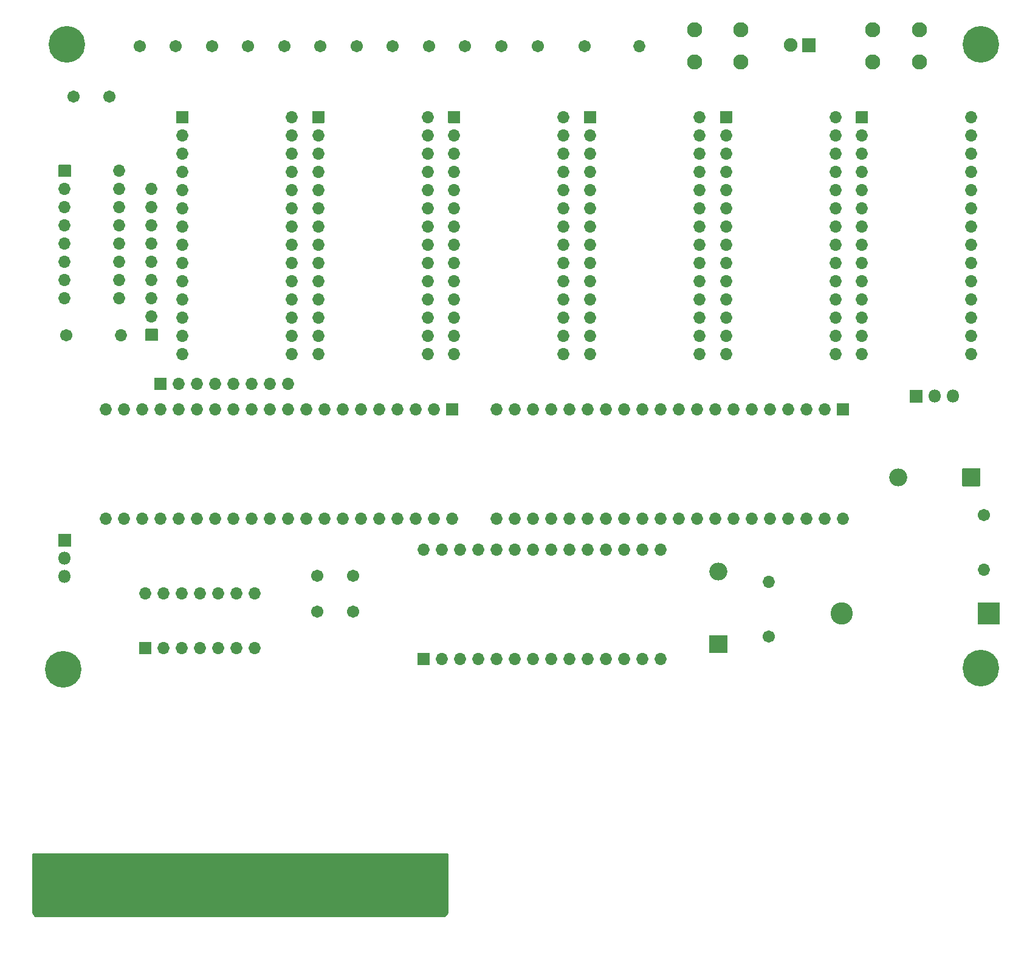
<source format=gts>
G04 #@! TF.GenerationSoftware,KiCad,Pcbnew,(5.1.9)-1*
G04 #@! TF.CreationDate,2023-02-03T17:28:33+00:00*
G04 #@! TF.ProjectId,C64RAMCart,43363452-414d-4436-9172-742e6b696361,rev?*
G04 #@! TF.SameCoordinates,Original*
G04 #@! TF.FileFunction,Soldermask,Top*
G04 #@! TF.FilePolarity,Negative*
%FSLAX46Y46*%
G04 Gerber Fmt 4.6, Leading zero omitted, Abs format (unit mm)*
G04 Created by KiCad (PCBNEW (5.1.9)-1) date 2023-02-03 17:28:33*
%MOMM*%
%LPD*%
G01*
G04 APERTURE LIST*
%ADD10C,3.102000*%
%ADD11C,1.702000*%
%ADD12O,1.702000X1.702000*%
%ADD13C,2.102000*%
%ADD14C,5.100000*%
%ADD15O,2.502000X2.502000*%
%ADD16O,1.802000X1.802000*%
%ADD17C,1.902000*%
%ADD18C,0.254000*%
%ADD19C,0.100000*%
G04 APERTURE END LIST*
G36*
G01*
X214930000Y-117970000D02*
X214930000Y-120970000D01*
G75*
G02*
X214879000Y-121021000I-51000J0D01*
G01*
X211879000Y-121021000D01*
G75*
G02*
X211828000Y-120970000I0J51000D01*
G01*
X211828000Y-117970000D01*
G75*
G02*
X211879000Y-117919000I51000J0D01*
G01*
X214879000Y-117919000D01*
G75*
G02*
X214930000Y-117970000I0J-51000D01*
G01*
G37*
D10*
X192889000Y-119470000D03*
D11*
X157029000Y-40370000D03*
D12*
X164649000Y-40370000D03*
D11*
X145504000Y-40370000D03*
X150504000Y-40370000D03*
X135424000Y-40370000D03*
X140424000Y-40370000D03*
X125344000Y-40370000D03*
X130344000Y-40370000D03*
X115264000Y-40370000D03*
X120264000Y-40370000D03*
X105184000Y-40370000D03*
X110184000Y-40370000D03*
X100104000Y-40370000D03*
X95104000Y-40370000D03*
D13*
X197204000Y-42620000D03*
X197204000Y-38120000D03*
X203704000Y-42620000D03*
X203704000Y-38120000D03*
D14*
X212250000Y-40111000D03*
X84409000Y-127255000D03*
X212250000Y-127095000D03*
X84889000Y-40111000D03*
G36*
G01*
X134904000Y-161432000D02*
X134904000Y-153432000D01*
G75*
G02*
X134955000Y-153381000I51000J0D01*
G01*
X136455000Y-153381000D01*
G75*
G02*
X136506000Y-153432000I0J-51000D01*
G01*
X136506000Y-161432000D01*
G75*
G02*
X136455000Y-161483000I-51000J0D01*
G01*
X134955000Y-161483000D01*
G75*
G02*
X134904000Y-161432000I0J51000D01*
G01*
G37*
G36*
G01*
X132364000Y-161432000D02*
X132364000Y-153432000D01*
G75*
G02*
X132415000Y-153381000I51000J0D01*
G01*
X133915000Y-153381000D01*
G75*
G02*
X133966000Y-153432000I0J-51000D01*
G01*
X133966000Y-161432000D01*
G75*
G02*
X133915000Y-161483000I-51000J0D01*
G01*
X132415000Y-161483000D01*
G75*
G02*
X132364000Y-161432000I0J51000D01*
G01*
G37*
G36*
G01*
X129824000Y-161432000D02*
X129824000Y-153432000D01*
G75*
G02*
X129875000Y-153381000I51000J0D01*
G01*
X131375000Y-153381000D01*
G75*
G02*
X131426000Y-153432000I0J-51000D01*
G01*
X131426000Y-161432000D01*
G75*
G02*
X131375000Y-161483000I-51000J0D01*
G01*
X129875000Y-161483000D01*
G75*
G02*
X129824000Y-161432000I0J51000D01*
G01*
G37*
G36*
G01*
X127284000Y-161432000D02*
X127284000Y-153432000D01*
G75*
G02*
X127335000Y-153381000I51000J0D01*
G01*
X128835000Y-153381000D01*
G75*
G02*
X128886000Y-153432000I0J-51000D01*
G01*
X128886000Y-161432000D01*
G75*
G02*
X128835000Y-161483000I-51000J0D01*
G01*
X127335000Y-161483000D01*
G75*
G02*
X127284000Y-161432000I0J51000D01*
G01*
G37*
G36*
G01*
X124744000Y-161432000D02*
X124744000Y-153432000D01*
G75*
G02*
X124795000Y-153381000I51000J0D01*
G01*
X126295000Y-153381000D01*
G75*
G02*
X126346000Y-153432000I0J-51000D01*
G01*
X126346000Y-161432000D01*
G75*
G02*
X126295000Y-161483000I-51000J0D01*
G01*
X124795000Y-161483000D01*
G75*
G02*
X124744000Y-161432000I0J51000D01*
G01*
G37*
G36*
G01*
X122204000Y-161432000D02*
X122204000Y-153432000D01*
G75*
G02*
X122255000Y-153381000I51000J0D01*
G01*
X123755000Y-153381000D01*
G75*
G02*
X123806000Y-153432000I0J-51000D01*
G01*
X123806000Y-161432000D01*
G75*
G02*
X123755000Y-161483000I-51000J0D01*
G01*
X122255000Y-161483000D01*
G75*
G02*
X122204000Y-161432000I0J51000D01*
G01*
G37*
G36*
G01*
X119664000Y-161432000D02*
X119664000Y-153432000D01*
G75*
G02*
X119715000Y-153381000I51000J0D01*
G01*
X121215000Y-153381000D01*
G75*
G02*
X121266000Y-153432000I0J-51000D01*
G01*
X121266000Y-161432000D01*
G75*
G02*
X121215000Y-161483000I-51000J0D01*
G01*
X119715000Y-161483000D01*
G75*
G02*
X119664000Y-161432000I0J51000D01*
G01*
G37*
G36*
G01*
X117124000Y-161432000D02*
X117124000Y-153432000D01*
G75*
G02*
X117175000Y-153381000I51000J0D01*
G01*
X118675000Y-153381000D01*
G75*
G02*
X118726000Y-153432000I0J-51000D01*
G01*
X118726000Y-161432000D01*
G75*
G02*
X118675000Y-161483000I-51000J0D01*
G01*
X117175000Y-161483000D01*
G75*
G02*
X117124000Y-161432000I0J51000D01*
G01*
G37*
G36*
G01*
X114584000Y-161432000D02*
X114584000Y-153432000D01*
G75*
G02*
X114635000Y-153381000I51000J0D01*
G01*
X116135000Y-153381000D01*
G75*
G02*
X116186000Y-153432000I0J-51000D01*
G01*
X116186000Y-161432000D01*
G75*
G02*
X116135000Y-161483000I-51000J0D01*
G01*
X114635000Y-161483000D01*
G75*
G02*
X114584000Y-161432000I0J51000D01*
G01*
G37*
G36*
G01*
X112044000Y-161432000D02*
X112044000Y-153432000D01*
G75*
G02*
X112095000Y-153381000I51000J0D01*
G01*
X113595000Y-153381000D01*
G75*
G02*
X113646000Y-153432000I0J-51000D01*
G01*
X113646000Y-161432000D01*
G75*
G02*
X113595000Y-161483000I-51000J0D01*
G01*
X112095000Y-161483000D01*
G75*
G02*
X112044000Y-161432000I0J51000D01*
G01*
G37*
G36*
G01*
X109504000Y-161432000D02*
X109504000Y-153432000D01*
G75*
G02*
X109555000Y-153381000I51000J0D01*
G01*
X111055000Y-153381000D01*
G75*
G02*
X111106000Y-153432000I0J-51000D01*
G01*
X111106000Y-161432000D01*
G75*
G02*
X111055000Y-161483000I-51000J0D01*
G01*
X109555000Y-161483000D01*
G75*
G02*
X109504000Y-161432000I0J51000D01*
G01*
G37*
G36*
G01*
X106964000Y-161432000D02*
X106964000Y-153432000D01*
G75*
G02*
X107015000Y-153381000I51000J0D01*
G01*
X108515000Y-153381000D01*
G75*
G02*
X108566000Y-153432000I0J-51000D01*
G01*
X108566000Y-161432000D01*
G75*
G02*
X108515000Y-161483000I-51000J0D01*
G01*
X107015000Y-161483000D01*
G75*
G02*
X106964000Y-161432000I0J51000D01*
G01*
G37*
G36*
G01*
X104424000Y-161432000D02*
X104424000Y-153432000D01*
G75*
G02*
X104475000Y-153381000I51000J0D01*
G01*
X105975000Y-153381000D01*
G75*
G02*
X106026000Y-153432000I0J-51000D01*
G01*
X106026000Y-161432000D01*
G75*
G02*
X105975000Y-161483000I-51000J0D01*
G01*
X104475000Y-161483000D01*
G75*
G02*
X104424000Y-161432000I0J51000D01*
G01*
G37*
G36*
G01*
X101884000Y-161432000D02*
X101884000Y-153432000D01*
G75*
G02*
X101935000Y-153381000I51000J0D01*
G01*
X103435000Y-153381000D01*
G75*
G02*
X103486000Y-153432000I0J-51000D01*
G01*
X103486000Y-161432000D01*
G75*
G02*
X103435000Y-161483000I-51000J0D01*
G01*
X101935000Y-161483000D01*
G75*
G02*
X101884000Y-161432000I0J51000D01*
G01*
G37*
G36*
G01*
X99344000Y-161432000D02*
X99344000Y-153432000D01*
G75*
G02*
X99395000Y-153381000I51000J0D01*
G01*
X100895000Y-153381000D01*
G75*
G02*
X100946000Y-153432000I0J-51000D01*
G01*
X100946000Y-161432000D01*
G75*
G02*
X100895000Y-161483000I-51000J0D01*
G01*
X99395000Y-161483000D01*
G75*
G02*
X99344000Y-161432000I0J51000D01*
G01*
G37*
G36*
G01*
X96804000Y-161432000D02*
X96804000Y-153432000D01*
G75*
G02*
X96855000Y-153381000I51000J0D01*
G01*
X98355000Y-153381000D01*
G75*
G02*
X98406000Y-153432000I0J-51000D01*
G01*
X98406000Y-161432000D01*
G75*
G02*
X98355000Y-161483000I-51000J0D01*
G01*
X96855000Y-161483000D01*
G75*
G02*
X96804000Y-161432000I0J51000D01*
G01*
G37*
G36*
G01*
X94264000Y-161432000D02*
X94264000Y-153432000D01*
G75*
G02*
X94315000Y-153381000I51000J0D01*
G01*
X95815000Y-153381000D01*
G75*
G02*
X95866000Y-153432000I0J-51000D01*
G01*
X95866000Y-161432000D01*
G75*
G02*
X95815000Y-161483000I-51000J0D01*
G01*
X94315000Y-161483000D01*
G75*
G02*
X94264000Y-161432000I0J51000D01*
G01*
G37*
G36*
G01*
X91724000Y-161432000D02*
X91724000Y-153432000D01*
G75*
G02*
X91775000Y-153381000I51000J0D01*
G01*
X93275000Y-153381000D01*
G75*
G02*
X93326000Y-153432000I0J-51000D01*
G01*
X93326000Y-161432000D01*
G75*
G02*
X93275000Y-161483000I-51000J0D01*
G01*
X91775000Y-161483000D01*
G75*
G02*
X91724000Y-161432000I0J51000D01*
G01*
G37*
G36*
G01*
X89184000Y-161432000D02*
X89184000Y-153432000D01*
G75*
G02*
X89235000Y-153381000I51000J0D01*
G01*
X90735000Y-153381000D01*
G75*
G02*
X90786000Y-153432000I0J-51000D01*
G01*
X90786000Y-161432000D01*
G75*
G02*
X90735000Y-161483000I-51000J0D01*
G01*
X89235000Y-161483000D01*
G75*
G02*
X89184000Y-161432000I0J51000D01*
G01*
G37*
G36*
G01*
X86644000Y-161432000D02*
X86644000Y-153432000D01*
G75*
G02*
X86695000Y-153381000I51000J0D01*
G01*
X88195000Y-153381000D01*
G75*
G02*
X88246000Y-153432000I0J-51000D01*
G01*
X88246000Y-161432000D01*
G75*
G02*
X88195000Y-161483000I-51000J0D01*
G01*
X86695000Y-161483000D01*
G75*
G02*
X86644000Y-161432000I0J51000D01*
G01*
G37*
G36*
G01*
X84104000Y-161432000D02*
X84104000Y-153432000D01*
G75*
G02*
X84155000Y-153381000I51000J0D01*
G01*
X85655000Y-153381000D01*
G75*
G02*
X85706000Y-153432000I0J-51000D01*
G01*
X85706000Y-161432000D01*
G75*
G02*
X85655000Y-161483000I-51000J0D01*
G01*
X84155000Y-161483000D01*
G75*
G02*
X84104000Y-161432000I0J51000D01*
G01*
G37*
G36*
G01*
X81564000Y-161432000D02*
X81564000Y-153432000D01*
G75*
G02*
X81615000Y-153381000I51000J0D01*
G01*
X83115000Y-153381000D01*
G75*
G02*
X83166000Y-153432000I0J-51000D01*
G01*
X83166000Y-161432000D01*
G75*
G02*
X83115000Y-161483000I-51000J0D01*
G01*
X81615000Y-161483000D01*
G75*
G02*
X81564000Y-161432000I0J51000D01*
G01*
G37*
G36*
G01*
X134904000Y-161432000D02*
X134904000Y-153432000D01*
G75*
G02*
X134955000Y-153381000I51000J0D01*
G01*
X136455000Y-153381000D01*
G75*
G02*
X136506000Y-153432000I0J-51000D01*
G01*
X136506000Y-161432000D01*
G75*
G02*
X136455000Y-161483000I-51000J0D01*
G01*
X134955000Y-161483000D01*
G75*
G02*
X134904000Y-161432000I0J51000D01*
G01*
G37*
G36*
G01*
X132364000Y-161432000D02*
X132364000Y-153432000D01*
G75*
G02*
X132415000Y-153381000I51000J0D01*
G01*
X133915000Y-153381000D01*
G75*
G02*
X133966000Y-153432000I0J-51000D01*
G01*
X133966000Y-161432000D01*
G75*
G02*
X133915000Y-161483000I-51000J0D01*
G01*
X132415000Y-161483000D01*
G75*
G02*
X132364000Y-161432000I0J51000D01*
G01*
G37*
G36*
G01*
X129824000Y-161432000D02*
X129824000Y-153432000D01*
G75*
G02*
X129875000Y-153381000I51000J0D01*
G01*
X131375000Y-153381000D01*
G75*
G02*
X131426000Y-153432000I0J-51000D01*
G01*
X131426000Y-161432000D01*
G75*
G02*
X131375000Y-161483000I-51000J0D01*
G01*
X129875000Y-161483000D01*
G75*
G02*
X129824000Y-161432000I0J51000D01*
G01*
G37*
G36*
G01*
X127284000Y-161432000D02*
X127284000Y-153432000D01*
G75*
G02*
X127335000Y-153381000I51000J0D01*
G01*
X128835000Y-153381000D01*
G75*
G02*
X128886000Y-153432000I0J-51000D01*
G01*
X128886000Y-161432000D01*
G75*
G02*
X128835000Y-161483000I-51000J0D01*
G01*
X127335000Y-161483000D01*
G75*
G02*
X127284000Y-161432000I0J51000D01*
G01*
G37*
G36*
G01*
X124744000Y-161432000D02*
X124744000Y-153432000D01*
G75*
G02*
X124795000Y-153381000I51000J0D01*
G01*
X126295000Y-153381000D01*
G75*
G02*
X126346000Y-153432000I0J-51000D01*
G01*
X126346000Y-161432000D01*
G75*
G02*
X126295000Y-161483000I-51000J0D01*
G01*
X124795000Y-161483000D01*
G75*
G02*
X124744000Y-161432000I0J51000D01*
G01*
G37*
G36*
G01*
X122204000Y-161432000D02*
X122204000Y-153432000D01*
G75*
G02*
X122255000Y-153381000I51000J0D01*
G01*
X123755000Y-153381000D01*
G75*
G02*
X123806000Y-153432000I0J-51000D01*
G01*
X123806000Y-161432000D01*
G75*
G02*
X123755000Y-161483000I-51000J0D01*
G01*
X122255000Y-161483000D01*
G75*
G02*
X122204000Y-161432000I0J51000D01*
G01*
G37*
G36*
G01*
X119664000Y-161432000D02*
X119664000Y-153432000D01*
G75*
G02*
X119715000Y-153381000I51000J0D01*
G01*
X121215000Y-153381000D01*
G75*
G02*
X121266000Y-153432000I0J-51000D01*
G01*
X121266000Y-161432000D01*
G75*
G02*
X121215000Y-161483000I-51000J0D01*
G01*
X119715000Y-161483000D01*
G75*
G02*
X119664000Y-161432000I0J51000D01*
G01*
G37*
G36*
G01*
X117124000Y-161432000D02*
X117124000Y-153432000D01*
G75*
G02*
X117175000Y-153381000I51000J0D01*
G01*
X118675000Y-153381000D01*
G75*
G02*
X118726000Y-153432000I0J-51000D01*
G01*
X118726000Y-161432000D01*
G75*
G02*
X118675000Y-161483000I-51000J0D01*
G01*
X117175000Y-161483000D01*
G75*
G02*
X117124000Y-161432000I0J51000D01*
G01*
G37*
G36*
G01*
X114584000Y-161432000D02*
X114584000Y-153432000D01*
G75*
G02*
X114635000Y-153381000I51000J0D01*
G01*
X116135000Y-153381000D01*
G75*
G02*
X116186000Y-153432000I0J-51000D01*
G01*
X116186000Y-161432000D01*
G75*
G02*
X116135000Y-161483000I-51000J0D01*
G01*
X114635000Y-161483000D01*
G75*
G02*
X114584000Y-161432000I0J51000D01*
G01*
G37*
G36*
G01*
X112044000Y-161432000D02*
X112044000Y-153432000D01*
G75*
G02*
X112095000Y-153381000I51000J0D01*
G01*
X113595000Y-153381000D01*
G75*
G02*
X113646000Y-153432000I0J-51000D01*
G01*
X113646000Y-161432000D01*
G75*
G02*
X113595000Y-161483000I-51000J0D01*
G01*
X112095000Y-161483000D01*
G75*
G02*
X112044000Y-161432000I0J51000D01*
G01*
G37*
G36*
G01*
X109504000Y-161432000D02*
X109504000Y-153432000D01*
G75*
G02*
X109555000Y-153381000I51000J0D01*
G01*
X111055000Y-153381000D01*
G75*
G02*
X111106000Y-153432000I0J-51000D01*
G01*
X111106000Y-161432000D01*
G75*
G02*
X111055000Y-161483000I-51000J0D01*
G01*
X109555000Y-161483000D01*
G75*
G02*
X109504000Y-161432000I0J51000D01*
G01*
G37*
G36*
G01*
X106964000Y-161432000D02*
X106964000Y-153432000D01*
G75*
G02*
X107015000Y-153381000I51000J0D01*
G01*
X108515000Y-153381000D01*
G75*
G02*
X108566000Y-153432000I0J-51000D01*
G01*
X108566000Y-161432000D01*
G75*
G02*
X108515000Y-161483000I-51000J0D01*
G01*
X107015000Y-161483000D01*
G75*
G02*
X106964000Y-161432000I0J51000D01*
G01*
G37*
G36*
G01*
X104424000Y-161432000D02*
X104424000Y-153432000D01*
G75*
G02*
X104475000Y-153381000I51000J0D01*
G01*
X105975000Y-153381000D01*
G75*
G02*
X106026000Y-153432000I0J-51000D01*
G01*
X106026000Y-161432000D01*
G75*
G02*
X105975000Y-161483000I-51000J0D01*
G01*
X104475000Y-161483000D01*
G75*
G02*
X104424000Y-161432000I0J51000D01*
G01*
G37*
G36*
G01*
X101884000Y-161432000D02*
X101884000Y-153432000D01*
G75*
G02*
X101935000Y-153381000I51000J0D01*
G01*
X103435000Y-153381000D01*
G75*
G02*
X103486000Y-153432000I0J-51000D01*
G01*
X103486000Y-161432000D01*
G75*
G02*
X103435000Y-161483000I-51000J0D01*
G01*
X101935000Y-161483000D01*
G75*
G02*
X101884000Y-161432000I0J51000D01*
G01*
G37*
G36*
G01*
X99344000Y-161432000D02*
X99344000Y-153432000D01*
G75*
G02*
X99395000Y-153381000I51000J0D01*
G01*
X100895000Y-153381000D01*
G75*
G02*
X100946000Y-153432000I0J-51000D01*
G01*
X100946000Y-161432000D01*
G75*
G02*
X100895000Y-161483000I-51000J0D01*
G01*
X99395000Y-161483000D01*
G75*
G02*
X99344000Y-161432000I0J51000D01*
G01*
G37*
G36*
G01*
X96804000Y-161432000D02*
X96804000Y-153432000D01*
G75*
G02*
X96855000Y-153381000I51000J0D01*
G01*
X98355000Y-153381000D01*
G75*
G02*
X98406000Y-153432000I0J-51000D01*
G01*
X98406000Y-161432000D01*
G75*
G02*
X98355000Y-161483000I-51000J0D01*
G01*
X96855000Y-161483000D01*
G75*
G02*
X96804000Y-161432000I0J51000D01*
G01*
G37*
G36*
G01*
X94264000Y-161432000D02*
X94264000Y-153432000D01*
G75*
G02*
X94315000Y-153381000I51000J0D01*
G01*
X95815000Y-153381000D01*
G75*
G02*
X95866000Y-153432000I0J-51000D01*
G01*
X95866000Y-161432000D01*
G75*
G02*
X95815000Y-161483000I-51000J0D01*
G01*
X94315000Y-161483000D01*
G75*
G02*
X94264000Y-161432000I0J51000D01*
G01*
G37*
G36*
G01*
X91724000Y-161432000D02*
X91724000Y-153432000D01*
G75*
G02*
X91775000Y-153381000I51000J0D01*
G01*
X93275000Y-153381000D01*
G75*
G02*
X93326000Y-153432000I0J-51000D01*
G01*
X93326000Y-161432000D01*
G75*
G02*
X93275000Y-161483000I-51000J0D01*
G01*
X91775000Y-161483000D01*
G75*
G02*
X91724000Y-161432000I0J51000D01*
G01*
G37*
G36*
G01*
X89184000Y-161432000D02*
X89184000Y-153432000D01*
G75*
G02*
X89235000Y-153381000I51000J0D01*
G01*
X90735000Y-153381000D01*
G75*
G02*
X90786000Y-153432000I0J-51000D01*
G01*
X90786000Y-161432000D01*
G75*
G02*
X90735000Y-161483000I-51000J0D01*
G01*
X89235000Y-161483000D01*
G75*
G02*
X89184000Y-161432000I0J51000D01*
G01*
G37*
G36*
G01*
X86644000Y-161432000D02*
X86644000Y-153432000D01*
G75*
G02*
X86695000Y-153381000I51000J0D01*
G01*
X88195000Y-153381000D01*
G75*
G02*
X88246000Y-153432000I0J-51000D01*
G01*
X88246000Y-161432000D01*
G75*
G02*
X88195000Y-161483000I-51000J0D01*
G01*
X86695000Y-161483000D01*
G75*
G02*
X86644000Y-161432000I0J51000D01*
G01*
G37*
G36*
G01*
X84104000Y-161432000D02*
X84104000Y-153432000D01*
G75*
G02*
X84155000Y-153381000I51000J0D01*
G01*
X85655000Y-153381000D01*
G75*
G02*
X85706000Y-153432000I0J-51000D01*
G01*
X85706000Y-161432000D01*
G75*
G02*
X85655000Y-161483000I-51000J0D01*
G01*
X84155000Y-161483000D01*
G75*
G02*
X84104000Y-161432000I0J51000D01*
G01*
G37*
G36*
G01*
X81564000Y-161432000D02*
X81564000Y-153432000D01*
G75*
G02*
X81615000Y-153381000I51000J0D01*
G01*
X83115000Y-153381000D01*
G75*
G02*
X83166000Y-153432000I0J-51000D01*
G01*
X83166000Y-161432000D01*
G75*
G02*
X83115000Y-161483000I-51000J0D01*
G01*
X81615000Y-161483000D01*
G75*
G02*
X81564000Y-161432000I0J51000D01*
G01*
G37*
D11*
X85879000Y-47420000D03*
X90879000Y-47420000D03*
X119819000Y-114215000D03*
X124819000Y-114215000D03*
D15*
X200769000Y-100470000D03*
G36*
G01*
X212180000Y-99270000D02*
X212180000Y-101670000D01*
G75*
G02*
X212129000Y-101721000I-51000J0D01*
G01*
X209729000Y-101721000D01*
G75*
G02*
X209678000Y-101670000I0J51000D01*
G01*
X209678000Y-99270000D01*
G75*
G02*
X209729000Y-99219000I51000J0D01*
G01*
X212129000Y-99219000D01*
G75*
G02*
X212180000Y-99270000I0J-51000D01*
G01*
G37*
G36*
G01*
X176879000Y-124996000D02*
X174479000Y-124996000D01*
G75*
G02*
X174428000Y-124945000I0J51000D01*
G01*
X174428000Y-122545000D01*
G75*
G02*
X174479000Y-122494000I51000J0D01*
G01*
X176879000Y-122494000D01*
G75*
G02*
X176930000Y-122545000I0J-51000D01*
G01*
X176930000Y-124945000D01*
G75*
G02*
X176879000Y-124996000I-51000J0D01*
G01*
G37*
X175679000Y-113585000D03*
D11*
X182754000Y-122645000D03*
D12*
X182754000Y-115025000D03*
G36*
G01*
X204124000Y-90071000D02*
X202424000Y-90071000D01*
G75*
G02*
X202373000Y-90020000I0J51000D01*
G01*
X202373000Y-88320000D01*
G75*
G02*
X202424000Y-88269000I51000J0D01*
G01*
X204124000Y-88269000D01*
G75*
G02*
X204175000Y-88320000I0J-51000D01*
G01*
X204175000Y-90020000D01*
G75*
G02*
X204124000Y-90071000I-51000J0D01*
G01*
G37*
D16*
X205814000Y-89170000D03*
X208354000Y-89170000D03*
G36*
G01*
X96619000Y-125136000D02*
X95019000Y-125136000D01*
G75*
G02*
X94968000Y-125085000I0J51000D01*
G01*
X94968000Y-123485000D01*
G75*
G02*
X95019000Y-123434000I51000J0D01*
G01*
X96619000Y-123434000D01*
G75*
G02*
X96670000Y-123485000I0J-51000D01*
G01*
X96670000Y-125085000D01*
G75*
G02*
X96619000Y-125136000I-51000J0D01*
G01*
G37*
D12*
X111059000Y-116665000D03*
X98359000Y-124285000D03*
X108519000Y-116665000D03*
X100899000Y-124285000D03*
X105979000Y-116665000D03*
X103439000Y-124285000D03*
X103439000Y-116665000D03*
X105979000Y-124285000D03*
X100899000Y-116665000D03*
X108519000Y-124285000D03*
X98359000Y-116665000D03*
X111059000Y-124285000D03*
X95819000Y-116665000D03*
D11*
X119819000Y-119195000D03*
X124819000Y-119195000D03*
D12*
X212679000Y-113340000D03*
D11*
X212679000Y-105720000D03*
X84879000Y-80720000D03*
D12*
X92499000Y-80720000D03*
G36*
G01*
X97539000Y-81456000D02*
X95939000Y-81456000D01*
G75*
G02*
X95888000Y-81405000I0J51000D01*
G01*
X95888000Y-79805000D01*
G75*
G02*
X95939000Y-79754000I51000J0D01*
G01*
X97539000Y-79754000D01*
G75*
G02*
X97590000Y-79805000I0J-51000D01*
G01*
X97590000Y-81405000D01*
G75*
G02*
X97539000Y-81456000I-51000J0D01*
G01*
G37*
X96739000Y-78065000D03*
X96739000Y-75525000D03*
X96739000Y-72985000D03*
X96739000Y-70445000D03*
X96739000Y-67905000D03*
X96739000Y-65365000D03*
X96739000Y-62825000D03*
X96739000Y-60285000D03*
G36*
G01*
X97098999Y-88275000D02*
X97098999Y-86675000D01*
G75*
G02*
X97149999Y-86624000I51000J0D01*
G01*
X98749999Y-86624000D01*
G75*
G02*
X98800999Y-86675000I0J-51000D01*
G01*
X98800999Y-88275000D01*
G75*
G02*
X98749999Y-88326000I-51000J0D01*
G01*
X97149999Y-88326000D01*
G75*
G02*
X97098999Y-88275000I0J51000D01*
G01*
G37*
X100489999Y-87475000D03*
X103029999Y-87475000D03*
X105569999Y-87475000D03*
X108109999Y-87475000D03*
X110649999Y-87475000D03*
X113189999Y-87475000D03*
X115729999Y-87475000D03*
D16*
X84619000Y-114305000D03*
X84619000Y-111765000D03*
G36*
G01*
X83718000Y-110075000D02*
X83718000Y-108375000D01*
G75*
G02*
X83769000Y-108324000I51000J0D01*
G01*
X85469000Y-108324000D01*
G75*
G02*
X85520000Y-108375000I0J-51000D01*
G01*
X85520000Y-110075000D01*
G75*
G02*
X85469000Y-110126000I-51000J0D01*
G01*
X83769000Y-110126000D01*
G75*
G02*
X83718000Y-110075000I0J51000D01*
G01*
G37*
G36*
G01*
X83778000Y-58545000D02*
X83778000Y-56945000D01*
G75*
G02*
X83829000Y-56894000I51000J0D01*
G01*
X85429000Y-56894000D01*
G75*
G02*
X85480000Y-56945000I0J-51000D01*
G01*
X85480000Y-58545000D01*
G75*
G02*
X85429000Y-58596000I-51000J0D01*
G01*
X83829000Y-58596000D01*
G75*
G02*
X83778000Y-58545000I0J51000D01*
G01*
G37*
D12*
X92249000Y-75525000D03*
X84629000Y-60285000D03*
X92249000Y-72985000D03*
X84629000Y-62825000D03*
X92249000Y-70445000D03*
X84629000Y-65365000D03*
X92249000Y-67905000D03*
X84629000Y-67905000D03*
X92249000Y-65365000D03*
X84629000Y-70445000D03*
X92249000Y-62825000D03*
X84629000Y-72985000D03*
X92249000Y-60285000D03*
X84629000Y-75525000D03*
X92249000Y-57745000D03*
G36*
G01*
X135409000Y-126636000D02*
X133809000Y-126636000D01*
G75*
G02*
X133758000Y-126585000I0J51000D01*
G01*
X133758000Y-124985000D01*
G75*
G02*
X133809000Y-124934000I51000J0D01*
G01*
X135409000Y-124934000D01*
G75*
G02*
X135460000Y-124985000I0J-51000D01*
G01*
X135460000Y-126585000D01*
G75*
G02*
X135409000Y-126636000I-51000J0D01*
G01*
G37*
X167629000Y-110545000D03*
X137149000Y-125785000D03*
X165089000Y-110545000D03*
X139689000Y-125785000D03*
X162549000Y-110545000D03*
X142229000Y-125785000D03*
X160009000Y-110545000D03*
X144769000Y-125785000D03*
X157469000Y-110545000D03*
X147309000Y-125785000D03*
X154929000Y-110545000D03*
X149849000Y-125785000D03*
X152389000Y-110545000D03*
X152389000Y-125785000D03*
X149849000Y-110545000D03*
X154929000Y-125785000D03*
X147309000Y-110545000D03*
X157469000Y-125785000D03*
X144769000Y-110545000D03*
X160009000Y-125785000D03*
X142229000Y-110545000D03*
X162549000Y-125785000D03*
X139689000Y-110545000D03*
X165089000Y-125785000D03*
X137149000Y-110545000D03*
X167629000Y-125785000D03*
X134609000Y-110545000D03*
G36*
G01*
X137789999Y-90169000D02*
X139389999Y-90169000D01*
G75*
G02*
X139440999Y-90220000I0J-51000D01*
G01*
X139440999Y-91820000D01*
G75*
G02*
X139389999Y-91871000I-51000J0D01*
G01*
X137789999Y-91871000D01*
G75*
G02*
X137738999Y-91820000I0J51000D01*
G01*
X137738999Y-90220000D01*
G75*
G02*
X137789999Y-90169000I51000J0D01*
G01*
G37*
X90329999Y-106260000D03*
X136049999Y-91020000D03*
X92869999Y-106260000D03*
X133509999Y-91020000D03*
X95409999Y-106260000D03*
X130969999Y-91020000D03*
X97949999Y-106260000D03*
X128429999Y-91020000D03*
X100489999Y-106260000D03*
X125889999Y-91020000D03*
X103029999Y-106260000D03*
X123349999Y-91020000D03*
X105569999Y-106260000D03*
X120809999Y-91020000D03*
X108109999Y-106260000D03*
X118269999Y-91020000D03*
X110649999Y-106260000D03*
X115729999Y-91020000D03*
X113189999Y-106260000D03*
X113189999Y-91020000D03*
X115729999Y-106260000D03*
X110649999Y-91020000D03*
X118269999Y-106260000D03*
X108109999Y-91020000D03*
X120809999Y-106260000D03*
X105569999Y-91020000D03*
X123349999Y-106260000D03*
X103029999Y-91020000D03*
X125889999Y-106260000D03*
X100489999Y-91020000D03*
X128429999Y-106260000D03*
X97949999Y-91020000D03*
X130969999Y-106260000D03*
X95409999Y-91020000D03*
X133509999Y-106260000D03*
X92869999Y-91020000D03*
X136049999Y-106260000D03*
X90329999Y-91020000D03*
X138589999Y-106260000D03*
X193029000Y-106260000D03*
X144769000Y-91020000D03*
X190489000Y-106260000D03*
X147309000Y-91020000D03*
X187949000Y-106260000D03*
X149849000Y-91020000D03*
X185409000Y-106260000D03*
X152389000Y-91020000D03*
X182869000Y-106260000D03*
X154929000Y-91020000D03*
X180329000Y-106260000D03*
X157469000Y-91020000D03*
X177789000Y-106260000D03*
X160009000Y-91020000D03*
X175249000Y-106260000D03*
X162549000Y-91020000D03*
X172709000Y-106260000D03*
X165089000Y-91020000D03*
X170169000Y-106260000D03*
X167629000Y-91020000D03*
X167629000Y-106260000D03*
X170169000Y-91020000D03*
X165089000Y-106260000D03*
X172709000Y-91020000D03*
X162549000Y-106260000D03*
X175249000Y-91020000D03*
X160009000Y-106260000D03*
X177789000Y-91020000D03*
X157469000Y-106260000D03*
X180329000Y-91020000D03*
X154929000Y-106260000D03*
X182869000Y-91020000D03*
X152389000Y-106260000D03*
X185409000Y-91020000D03*
X149849000Y-106260000D03*
X187949000Y-91020000D03*
X147309000Y-106260000D03*
X190489000Y-91020000D03*
X144769000Y-106260000D03*
G36*
G01*
X192229000Y-90169000D02*
X193829000Y-90169000D01*
G75*
G02*
X193880000Y-90220000I0J-51000D01*
G01*
X193880000Y-91820000D01*
G75*
G02*
X193829000Y-91871000I-51000J0D01*
G01*
X192229000Y-91871000D01*
G75*
G02*
X192178000Y-91820000I0J51000D01*
G01*
X192178000Y-90220000D01*
G75*
G02*
X192229000Y-90169000I51000J0D01*
G01*
G37*
G36*
G01*
X100173001Y-51050001D02*
X100173001Y-49450001D01*
G75*
G02*
X100224001Y-49399001I51000J0D01*
G01*
X101824001Y-49399001D01*
G75*
G02*
X101875001Y-49450001I0J-51000D01*
G01*
X101875001Y-51050001D01*
G75*
G02*
X101824001Y-51101001I-51000J0D01*
G01*
X100224001Y-51101001D01*
G75*
G02*
X100173001Y-51050001I0J51000D01*
G01*
G37*
X116264001Y-83270001D03*
X101024001Y-52790001D03*
X116264001Y-80730001D03*
X101024001Y-55330001D03*
X116264001Y-78190001D03*
X101024001Y-57870001D03*
X116264001Y-75650001D03*
X101024001Y-60410001D03*
X116264001Y-73110001D03*
X101024001Y-62950001D03*
X116264001Y-70570001D03*
X101024001Y-65490001D03*
X116264001Y-68030001D03*
X101024001Y-68030001D03*
X116264001Y-65490001D03*
X101024001Y-70570001D03*
X116264001Y-62950001D03*
X101024001Y-73110001D03*
X116264001Y-60410001D03*
X101024001Y-75650001D03*
X116264001Y-57870001D03*
X101024001Y-78190001D03*
X116264001Y-55330001D03*
X101024001Y-80730001D03*
X116264001Y-52790001D03*
X101024001Y-83270001D03*
X116264001Y-50250001D03*
X135197000Y-50250001D03*
X119957000Y-83270001D03*
X135197000Y-52790001D03*
X119957000Y-80730001D03*
X135197000Y-55330001D03*
X119957000Y-78190001D03*
X135197000Y-57870001D03*
X119957000Y-75650001D03*
X135197000Y-60410001D03*
X119957000Y-73110001D03*
X135197000Y-62950001D03*
X119957000Y-70570001D03*
X135197000Y-65490001D03*
X119957000Y-68030001D03*
X135197000Y-68030001D03*
X119957000Y-65490001D03*
X135197000Y-70570001D03*
X119957000Y-62950001D03*
X135197000Y-73110001D03*
X119957000Y-60410001D03*
X135197000Y-75650001D03*
X119957000Y-57870001D03*
X135197000Y-78190001D03*
X119957000Y-55330001D03*
X135197000Y-80730001D03*
X119957000Y-52790001D03*
X135197000Y-83270001D03*
G36*
G01*
X119106000Y-51050001D02*
X119106000Y-49450001D01*
G75*
G02*
X119157000Y-49399001I51000J0D01*
G01*
X120757000Y-49399001D01*
G75*
G02*
X120808000Y-49450001I0J-51000D01*
G01*
X120808000Y-51050001D01*
G75*
G02*
X120757000Y-51101001I-51000J0D01*
G01*
X119157000Y-51101001D01*
G75*
G02*
X119106000Y-51050001I0J51000D01*
G01*
G37*
G36*
G01*
X138038999Y-51050001D02*
X138038999Y-49450001D01*
G75*
G02*
X138089999Y-49399001I51000J0D01*
G01*
X139689999Y-49399001D01*
G75*
G02*
X139740999Y-49450001I0J-51000D01*
G01*
X139740999Y-51050001D01*
G75*
G02*
X139689999Y-51101001I-51000J0D01*
G01*
X138089999Y-51101001D01*
G75*
G02*
X138038999Y-51050001I0J51000D01*
G01*
G37*
X154129999Y-83270001D03*
X138889999Y-52790001D03*
X154129999Y-80730001D03*
X138889999Y-55330001D03*
X154129999Y-78190001D03*
X138889999Y-57870001D03*
X154129999Y-75650001D03*
X138889999Y-60410001D03*
X154129999Y-73110001D03*
X138889999Y-62950001D03*
X154129999Y-70570001D03*
X138889999Y-65490001D03*
X154129999Y-68030001D03*
X138889999Y-68030001D03*
X154129999Y-65490001D03*
X138889999Y-70570001D03*
X154129999Y-62950001D03*
X138889999Y-73110001D03*
X154129999Y-60410001D03*
X138889999Y-75650001D03*
X154129999Y-57870001D03*
X138889999Y-78190001D03*
X154129999Y-55330001D03*
X138889999Y-80730001D03*
X154129999Y-52790001D03*
X138889999Y-83270001D03*
X154129999Y-50250001D03*
X173062998Y-50250001D03*
X157822998Y-83270001D03*
X173062998Y-52790001D03*
X157822998Y-80730001D03*
X173062998Y-55330001D03*
X157822998Y-78190001D03*
X173062998Y-57870001D03*
X157822998Y-75650001D03*
X173062998Y-60410001D03*
X157822998Y-73110001D03*
X173062998Y-62950001D03*
X157822998Y-70570001D03*
X173062998Y-65490001D03*
X157822998Y-68030001D03*
X173062998Y-68030001D03*
X157822998Y-65490001D03*
X173062998Y-70570001D03*
X157822998Y-62950001D03*
X173062998Y-73110001D03*
X157822998Y-60410001D03*
X173062998Y-75650001D03*
X157822998Y-57870001D03*
X173062998Y-78190001D03*
X157822998Y-55330001D03*
X173062998Y-80730001D03*
X157822998Y-52790001D03*
X173062998Y-83270001D03*
G36*
G01*
X156971998Y-51050001D02*
X156971998Y-49450001D01*
G75*
G02*
X157022998Y-49399001I51000J0D01*
G01*
X158622998Y-49399001D01*
G75*
G02*
X158673998Y-49450001I0J-51000D01*
G01*
X158673998Y-51050001D01*
G75*
G02*
X158622998Y-51101001I-51000J0D01*
G01*
X157022998Y-51101001D01*
G75*
G02*
X156971998Y-51050001I0J51000D01*
G01*
G37*
G36*
G01*
X175904997Y-51050001D02*
X175904997Y-49450001D01*
G75*
G02*
X175955997Y-49399001I51000J0D01*
G01*
X177555997Y-49399001D01*
G75*
G02*
X177606997Y-49450001I0J-51000D01*
G01*
X177606997Y-51050001D01*
G75*
G02*
X177555997Y-51101001I-51000J0D01*
G01*
X175955997Y-51101001D01*
G75*
G02*
X175904997Y-51050001I0J51000D01*
G01*
G37*
X191995997Y-83270001D03*
X176755997Y-52790001D03*
X191995997Y-80730001D03*
X176755997Y-55330001D03*
X191995997Y-78190001D03*
X176755997Y-57870001D03*
X191995997Y-75650001D03*
X176755997Y-60410001D03*
X191995997Y-73110001D03*
X176755997Y-62950001D03*
X191995997Y-70570001D03*
X176755997Y-65490001D03*
X191995997Y-68030001D03*
X176755997Y-68030001D03*
X191995997Y-65490001D03*
X176755997Y-70570001D03*
X191995997Y-62950001D03*
X176755997Y-73110001D03*
X191995997Y-60410001D03*
X176755997Y-75650001D03*
X191995997Y-57870001D03*
X176755997Y-78190001D03*
X191995997Y-55330001D03*
X176755997Y-80730001D03*
X191995997Y-52790001D03*
X176755997Y-83270001D03*
X191995997Y-50250001D03*
X210929000Y-50315000D03*
X195689000Y-83335000D03*
X210929000Y-52855000D03*
X195689000Y-80795000D03*
X210929000Y-55395000D03*
X195689000Y-78255000D03*
X210929000Y-57935000D03*
X195689000Y-75715000D03*
X210929000Y-60475000D03*
X195689000Y-73175000D03*
X210929000Y-63015000D03*
X195689000Y-70635000D03*
X210929000Y-65555000D03*
X195689000Y-68095000D03*
X210929000Y-68095000D03*
X195689000Y-65555000D03*
X210929000Y-70635000D03*
X195689000Y-63015000D03*
X210929000Y-73175000D03*
X195689000Y-60475000D03*
X210929000Y-75715000D03*
X195689000Y-57935000D03*
X210929000Y-78255000D03*
X195689000Y-55395000D03*
X210929000Y-80795000D03*
X195689000Y-52855000D03*
X210929000Y-83335000D03*
G36*
G01*
X194838000Y-51115000D02*
X194838000Y-49515000D01*
G75*
G02*
X194889000Y-49464000I51000J0D01*
G01*
X196489000Y-49464000D01*
G75*
G02*
X196540000Y-49515000I0J-51000D01*
G01*
X196540000Y-51115000D01*
G75*
G02*
X196489000Y-51166000I-51000J0D01*
G01*
X194889000Y-51166000D01*
G75*
G02*
X194838000Y-51115000I0J51000D01*
G01*
G37*
G36*
G01*
X189280000Y-39345000D02*
X189280000Y-41145000D01*
G75*
G02*
X189229000Y-41196000I-51000J0D01*
G01*
X187429000Y-41196000D01*
G75*
G02*
X187378000Y-41145000I0J51000D01*
G01*
X187378000Y-39345000D01*
G75*
G02*
X187429000Y-39294000I51000J0D01*
G01*
X189229000Y-39294000D01*
G75*
G02*
X189280000Y-39345000I0J-51000D01*
G01*
G37*
D17*
X185789000Y-40245000D03*
D13*
X172354000Y-42620000D03*
X172354000Y-38120000D03*
X178854000Y-42620000D03*
X178854000Y-38120000D03*
D18*
X137889400Y-161168197D02*
X137819773Y-161298459D01*
X137693420Y-161452420D01*
X137539459Y-161578773D01*
X137409197Y-161648400D01*
X80660803Y-161648400D01*
X80530541Y-161578773D01*
X80376580Y-161452420D01*
X80250227Y-161298459D01*
X80180600Y-161168197D01*
X80180600Y-152987000D01*
X137889400Y-152987000D01*
X137889400Y-161168197D01*
D19*
G36*
X137889400Y-161168197D02*
G01*
X137819773Y-161298459D01*
X137693420Y-161452420D01*
X137539459Y-161578773D01*
X137409197Y-161648400D01*
X80660803Y-161648400D01*
X80530541Y-161578773D01*
X80376580Y-161452420D01*
X80250227Y-161298459D01*
X80180600Y-161168197D01*
X80180600Y-152987000D01*
X137889400Y-152987000D01*
X137889400Y-161168197D01*
G37*
M02*

</source>
